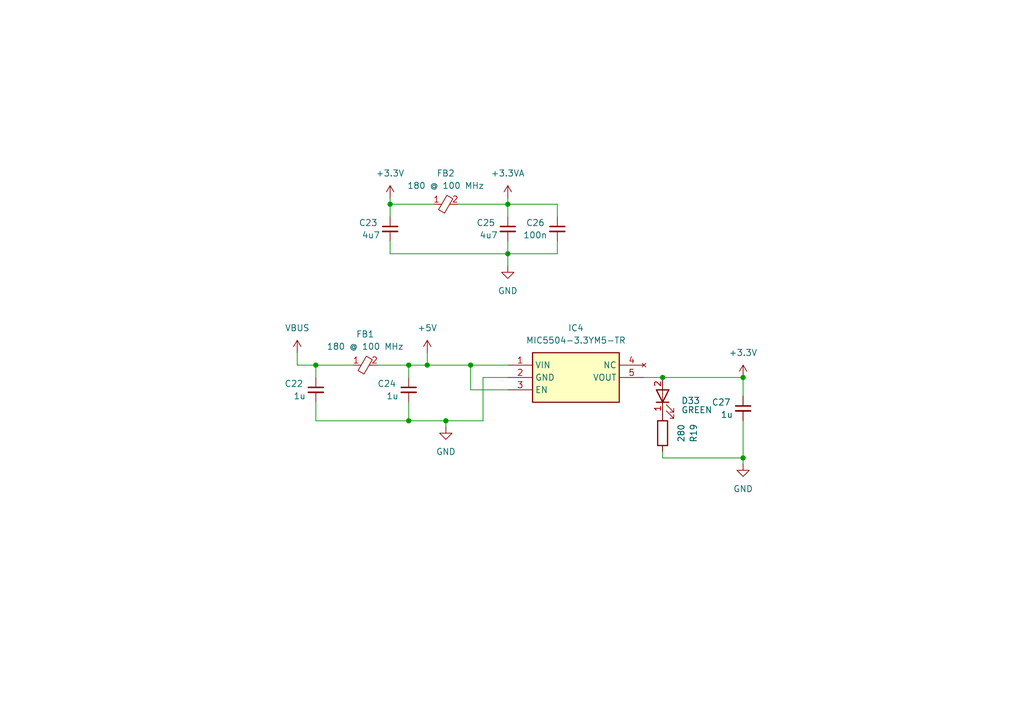
<source format=kicad_sch>
(kicad_sch (version 20250114) (generator "eeschema") (generator_version "9.0")
  (paper "A5")
  (lib_symbols
    (symbol "150080VS75000(WURTH GREEN LED):150080VS75000"
      (property "Reference" "D" (at 0 0 0))
      (symbol "150080VS75000_0_1"
        (polyline (pts (xy -0.508 -3.302) (xy -2.032 -4.826) (xy -1.27 -4.826) (xy -2.032 -4.826) (xy -2.032 -4.064)))
        (polyline (pts (xy 0.762 -3.302) (xy -0.762 -4.826) (xy 0 -4.826) (xy -0.762 -4.826) (xy -0.762 -4.064)))
        (polyline (pts (xy 1.27 -2.54) (xy 3.81 -2.54)))
        (polyline (pts (xy 1.27 -3.81) (xy 1.27 -1.27)) (stroke (width 0.254)))
        (polyline (pts (xy 3.81 -3.81) (xy 3.81 -1.27) (xy 1.27 -2.54) (xy 3.81 -3.81)) (stroke (width 0.254)))
      )
      (symbol "150080VS75000_1_1"
        (pin passive line (at -1.27 -2.54 0) (length 2.54) (name "") (number "1"))
        (pin passive line (at 6.35 -2.54 180) (length 2.54) (name "") (number "2"))
      )
    )
    (symbol "Device:C_Small" (pin_numbers (hide yes)) (pin_names (offset 0.254) (hide yes))
      (property "Reference" "C" (at 0.254 1.778 0))
      (property "Value" "C_Small" (at 0.254 -2.032 0))
      (symbol "C_Small_0_1"
        (polyline (pts (xy -1.524 0.508) (xy 1.524 0.508)) (stroke (width 0.3048)))
        (polyline (pts (xy -1.524 -0.508) (xy 1.524 -0.508)) (stroke (width 0.3302)))
      )
      (symbol "C_Small_1_1"
        (pin passive line (at 0 2.54 270) (length 2.032) (name "~") (number "1"))
        (pin passive line (at 0 -2.54 90) (length 2.032) (name "~") (number "2"))
      )
    )
    (symbol "Device:R" (pin_numbers (hide yes)) (pin_names (offset 0))
      (property "Reference" "R" (at 2.032 0 90))
      (property "Value" "R" (at 0 0 90))
      (symbol "R_0_1"
        (rectangle (start -1.016 -2.54) (end 1.016 2.54) (stroke (width 0.254)))
      )
      (symbol "R_1_1"
        (pin passive line (at 0 3.81 270) (length 1.27) (name "~") (number "1"))
        (pin passive line (at 0 -3.81 90) (length 1.27) (name "~") (number "2"))
      )
    )
    (symbol "Ferrite_bead_ILBB0603ER181V:ILBB0603ER181V"
      (property "Reference" "FB" (at 0 2.286 0))
      (property "Value" "180 @ 100 MHz" (at 1.27 -0.254 0))
      (symbol "ILBB0603ER181V_0_1"
        (polyline (pts (xy -0.889 -3.81) (xy -1.2954 -3.81)))
        (polyline (pts (xy -0.2794 -5.6388) (xy -1.4986 -4.9276) (xy 0.2032 -1.9812) (xy 1.4224 -2.6924) (xy -0.2794 -5.6388)))
        (polyline (pts (xy 1.27 -3.81) (xy 0.7874 -3.81)))
      )
      (symbol "ILBB0603ER181V_1_1"
        (pin passive line (at -2.54 -3.81 0) (length 1.27) (name "~") (number "1"))
        (pin passive line (at 2.54 -3.81 180) (length 1.27) (name "~") (number "2"))
      )
    )
    (symbol "MIC5504-3_3YM5-TR:MIC5504-3.3YM5-TR"
      (property "Reference" "IC" (at 24.13 7.62 0))
      (property "Value" "MIC5504-3.3YM5-TR" (at 24.13 5.08 0))
      (symbol "MIC5504-3.3YM5-TR_1_1"
        (rectangle (start 5.08 2.54) (end 22.86 -7.62) (stroke (width 0.254)) (fill (type background)))
        (pin passive line (at 0 0 0) (length 5.08) (name "VIN") (number "1"))
        (pin passive line (at 0 -2.54 0) (length 5.08) (name "GND") (number "2"))
        (pin passive line (at 0 -5.08 0) (length 5.08) (name "EN") (number "3"))
        (pin no_connect line (at 27.94 0 180) (length 5.08) (name "NC") (number "4"))
        (pin passive line (at 27.94 -2.54 180) (length 5.08) (name "VOUT") (number "5"))
      )
    )
    (symbol "power:+3.3V" (power) (pin_numbers (hide yes)) (pin_names (offset 0) (hide yes))
      (property "Value" "+3.3V" (at 0 3.556 0))
      (symbol "+3.3V_0_1"
        (polyline (pts (xy -0.762 1.27) (xy 0 2.54)))
        (polyline (pts (xy 0 2.54) (xy 0.762 1.27)))
        (polyline (pts (xy 0 0) (xy 0 2.54)))
      )
      (symbol "+3.3V_1_1"
        (pin power_in line (at 0 0 90) (length 0) (name "~") (number "1"))
      )
    )
    (symbol "power:+3.3VA" (power) (pin_numbers (hide yes)) (pin_names (offset 0) (hide yes))
      (property "Value" "+3.3VA" (at 0 3.556 0))
      (symbol "+3.3VA_0_1"
        (polyline (pts (xy -0.762 1.27) (xy 0 2.54)))
        (polyline (pts (xy 0 2.54) (xy 0.762 1.27)))
        (polyline (pts (xy 0 0) (xy 0 2.54)))
      )
      (symbol "+3.3VA_1_1"
        (pin power_in line (at 0 0 90) (length 0) (name "~") (number "1"))
      )
    )
    (symbol "power:GND" (power) (pin_numbers (hide yes)) (pin_names (offset 0) (hide yes))
      (property "Value" "GND" (at 0 -3.81 0))
      (symbol "GND_0_1"
        (polyline (pts (xy 0 0) (xy 0 -1.27) (xy 1.27 -1.27) (xy 0 -2.54) (xy -1.27 -1.27) (xy 0 -1.27)))
      )
      (symbol "GND_1_1"
        (pin power_in line (at 0 0 270) (length 0) (name "~") (number "1"))
      )
    )
    (symbol "power:VBUS" (power) (pin_numbers (hide yes)) (pin_names (offset 0) (hide yes))
      (property "Value" "VBUS" (at 0 3.556 0))
      (symbol "VBUS_0_1"
        (polyline (pts (xy -0.762 1.27) (xy 0 2.54)))
        (polyline (pts (xy 0 2.54) (xy 0.762 1.27)))
        (polyline (pts (xy 0 0) (xy 0 2.54)))
      )
      (symbol "VBUS_1_1"
        (pin power_in line (at 0 0 90) (length 0) (name "~") (number "1"))
      )
    )
  )
  (junction (at 64.77 74.93))
  (junction (at 104.14 41.91))
  (junction (at 96.52 74.93))
  (junction (at 135.89 77.47))
  (junction (at 152.4 77.47))
  (junction (at 83.82 86.36))
  (junction (at 83.82 74.93))
  (junction (at 152.4 93.98))
  (junction (at 104.14 52.07))
  (junction (at 91.44 86.36))
  (junction (at 80.01 41.91))
  (junction (at 87.63 74.93))
  (wire (pts (xy 80.01 41.91) (xy 80.01 40.64)))
  (wire (pts (xy 135.89 92.71) (xy 135.89 93.98)))
  (wire (pts (xy 87.63 74.93) (xy 96.52 74.93)))
  (wire (pts (xy 104.14 80.01) (xy 96.52 80.01)))
  (wire (pts (xy 64.77 74.93) (xy 64.77 77.47)))
  (wire (pts (xy 99.06 86.36) (xy 91.44 86.36)))
  (wire (pts (xy 135.89 77.47) (xy 152.4 77.47)))
  (wire (pts (xy 91.44 87.63) (xy 91.44 86.36)))
  (wire (pts (xy 88.9 41.91) (xy 80.01 41.91)))
  (wire (pts (xy 152.4 95.25) (xy 152.4 93.98)))
  (wire (pts (xy 114.3 41.91) (xy 104.14 41.91)))
  (wire (pts (xy 83.82 82.55) (xy 83.82 86.36)))
  (wire (pts (xy 104.14 54.61) (xy 104.14 52.07)))
  (wire (pts (xy 135.89 93.98) (xy 152.4 93.98)))
  (wire (pts (xy 64.77 82.55) (xy 64.77 86.36)))
  (wire (pts (xy 104.14 41.91) (xy 104.14 44.45)))
  (wire (pts (xy 152.4 81.28) (xy 152.4 77.47)))
  (wire (pts (xy 83.82 74.93) (xy 83.82 77.47)))
  (wire (pts (xy 87.63 72.39) (xy 87.63 74.93)))
  (wire (pts (xy 60.96 72.39) (xy 60.96 74.93)))
  (wire (pts (xy 64.77 86.36) (xy 83.82 86.36)))
  (wire (pts (xy 80.01 52.07) (xy 104.14 52.07)))
  (wire (pts (xy 93.98 41.91) (xy 104.14 41.91)))
  (wire (pts (xy 80.01 41.91) (xy 80.01 44.45)))
  (wire (pts (xy 114.3 41.91) (xy 114.3 44.45)))
  (wire (pts (xy 83.82 74.93) (xy 87.63 74.93)))
  (wire (pts (xy 83.82 86.36) (xy 91.44 86.36)))
  (wire (pts (xy 132.08 77.47) (xy 135.89 77.47)))
  (wire (pts (xy 77.47 74.93) (xy 83.82 74.93)))
  (wire (pts (xy 104.14 40.64) (xy 104.14 41.91)))
  (wire (pts (xy 60.96 74.93) (xy 64.77 74.93)))
  (wire (pts (xy 99.06 77.47) (xy 99.06 86.36)))
  (wire (pts (xy 96.52 80.01) (xy 96.52 74.93)))
  (wire (pts (xy 99.06 77.47) (xy 104.14 77.47)))
  (wire (pts (xy 80.01 49.53) (xy 80.01 52.07)))
  (wire (pts (xy 114.3 52.07) (xy 114.3 49.53)))
  (wire (pts (xy 96.52 74.93) (xy 104.14 74.93)))
  (wire (pts (xy 104.14 52.07) (xy 104.14 49.53)))
  (wire (pts (xy 152.4 93.98) (xy 152.4 86.36)))
  (wire (pts (xy 114.3 52.07) (xy 104.14 52.07)))
  (wire (pts (xy 64.77 74.93) (xy 72.39 74.93)))
  (symbol (lib_id "MIC5504-3_3YM5-TR:MIC5504-3.3YM5-TR") (at 104.14 74.93 0) (unit 1)
    (property "Reference" "IC4" (at 118.11 67.31 0))
    (property "Value" "MIC5504-3.3YM5-TR" (at 118.11 69.85 0))
    (property "Footprint" "MIC5504-3.3YM5-TR:SOT95P280X145-5N" (effects (hide yes)))
    (property "Datasheet" "https://componentsearchengine.com/Datasheets/2/MIC5504-3.3YM5-TR.pdf" (effects (hide yes)))
    (property "Description" "MICROCHIP - MIC5504-3.3YM5-TR - LDO VOLT REG, 0.3A, 3.3V, SOT-23-5" (effects (hide yes)))
    (property "Height" "1.45" (effects (hide yes)))
    (property "Manufacturer_Name" "Microchip" (effects (hide yes)))
    (property "Manufacturer_Part_Number" "MIC5504-3.3YM5-TR" (effects (hide yes)))
    (property "Mouser Part Number" "998-MIC5504-3.3YM5TR" (effects (hide yes)))
    (property "Mouser Price/Stock" "https://www.mouser.co.uk/ProductDetail/Microchip-Technology/MIC5504-3.3YM5-TR?qs=U6T8BxXiZAUmVQ5Zs217qQ%3D%3D" (effects (hide yes)))
    (property "Arrow Part Number" "MIC5504-3.3YM5-TR" (effects (hide yes)))
    (property "Arrow Price/Stock" "https://www.arrow.com/en/products/mic5504-3.3ym5-tr/microchip-technology?region=europe" (effects (hide yes)))
  )
  (symbol (lib_id "Ferrite_bead_ILBB0603ER181V:ILBB0603ER181V") (at 74.93 71.12 0) (unit 1)
    (property "Reference" "FB1" (at 74.8919 68.58 0))
    (property "Value" "180 @ 100 MHz" (at 74.8919 71.12 0))
    (property "Footprint" "Ferrite_bead_ILBB0603ER181V:ILBB0603ER181V" (effects (hide yes)))
    (property "Datasheet" "https://www.vishay.com/docs/34024/ilbb0603.pdf" (effects (hide yes)))
  )
  (symbol (lib_id "power:VBUS") (at 87.63 72.39 0) (unit 1)
    (property "Reference" "#PWR025" (effects (hide yes)))
    (property "Value" "+5V" (at 87.63 67.31 0))
    (property "Description" "Power symbol creates a global label with name \"VBUS\"" (effects (hide yes)))
  )
  (symbol (lib_id "power:+3.3VA") (at 104.14 40.64 0) (unit 1)
    (property "Reference" "#PWR027" (effects (hide yes)))
    (property "Value" "+3.3VA" (at 104.14 35.56 0))
    (property "Description" "Power symbol creates a global label with name \"+3.3VA\"" (effects (hide yes)))
  )
  (symbol (lib_id "Device:R") (at 135.89 88.9 0) (unit 1)
    (property "Reference" "R19" (at 142.24 88.9 90))
    (property "Value" "280" (at 139.7 88.9 90))
    (property "Footprint" "Resistor_SMD:R_0603_1608Metric_Pad0.98x0.95mm_HandSolder" (effects (hide yes)))
    (property "Description" "Resistor" (effects (hide yes)))
  )
  (symbol (lib_id "power:+3.3V") (at 80.01 40.64 0) (mirror y) (unit 1)
    (property "Reference" "#PWR024" (effects (hide yes)))
    (property "Value" "+3.3V" (at 80.01 35.56 0))
    (property "Description" "Power symbol creates a global label with name \"+3.3V\"" (effects (hide yes)))
  )
  (symbol (lib_id "power:GND") (at 91.44 87.63 0) (unit 1)
    (property "Reference" "#PWR026" (effects (hide yes)))
    (property "Value" "GND" (at 91.44 92.71 0))
    (property "Description" "Power symbol creates a global label with name \"GND\" , ground" (effects (hide yes)))
  )
  (symbol (lib_id "Device:C_Small") (at 80.01 46.99 0) (mirror y) (unit 1)
    (property "Reference" "C23" (at 77.47 45.7262 0) (effects (justify left)))
    (property "Value" "4u7" (at 77.978 48.26 0) (effects (justify left)))
    (property "Footprint" "Capacitor_SMD:C_0805_2012Metric_Pad1.18x1.45mm_HandSolder" (effects (hide yes)))
    (property "Description" "Unpolarized capacitor, small symbol" (effects (hide yes)))
  )
  (symbol (lib_id "Device:C_Small") (at 114.3 46.99 0) (mirror y) (unit 1)
    (property "Reference" "C26" (at 111.76 45.7262 0) (effects (justify left)))
    (property "Value" "100n" (at 112.268 48.26 0) (effects (justify left)))
    (property "Footprint" "Capacitor_SMD:C_0805_2012Metric_Pad1.18x1.45mm_HandSolder" (effects (hide yes)))
    (property "Description" "Unpolarized capacitor, small symbol" (effects (hide yes)))
  )
  (symbol (lib_id "power:GND") (at 104.14 54.61 0) (mirror y) (unit 1)
    (property "Reference" "#PWR028" (effects (hide yes)))
    (property "Value" "GND" (at 104.14 59.69 0))
    (property "Description" "Power symbol creates a global label with name \"GND\" , ground" (effects (hide yes)))
  )
  (symbol (lib_id "power:GND") (at 152.4 95.25 0) (unit 1)
    (property "Reference" "#PWR030" (effects (hide yes)))
    (property "Value" "GND" (at 152.4 100.33 0))
    (property "Description" "Power symbol creates a global label with name \"GND\" , ground" (effects (hide yes)))
  )
  (symbol (lib_id "150080VS75000(WURTH GREEN LED):150080VS75000") (at 133.35 83.82 90) (unit 1)
    (property "Reference" "D33" (at 139.7 82.2324 90) (effects (justify right)))
    (property "Value" "GREEN" (at 139.7 84.1375 90) (effects (justify right)))
    (property "Footprint" "150080VS75000(WURTH GREEN LED):150080VS75000" (effects (hide yes)))
  )
  (symbol (lib_id "Device:C_Small") (at 104.14 46.99 0) (mirror y) (unit 1)
    (property "Reference" "C25" (at 101.6 45.7262 0) (effects (justify left)))
    (property "Value" "4u7" (at 102.108 48.26 0) (effects (justify left)))
    (property "Footprint" "Capacitor_SMD:C_0805_2012Metric_Pad1.18x1.45mm_HandSolder" (effects (hide yes)))
    (property "Description" "Unpolarized capacitor, small symbol" (effects (hide yes)))
  )
  (symbol (lib_id "power:VBUS") (at 60.96 72.39 0) (unit 1)
    (property "Reference" "#PWR023" (effects (hide yes)))
    (property "Value" "VBUS" (at 60.96 67.31 0))
    (property "Description" "Power symbol creates a global label with name \"VBUS\"" (effects (hide yes)))
  )
  (symbol (lib_id "power:+3.3V") (at 152.4 77.47 0) (mirror y) (unit 1)
    (property "Reference" "#PWR029" (effects (hide yes)))
    (property "Value" "+3.3V" (at 152.4 72.39 0))
    (property "Description" "Power symbol creates a global label with name \"+3.3V\"" (effects (hide yes)))
  )
  (symbol (lib_id "Device:C_Small") (at 152.4 83.82 0) (mirror y) (unit 1)
    (property "Reference" "C27" (at 149.86 82.5562 0) (effects (justify left)))
    (property "Value" "1u" (at 150.368 85.09 0) (effects (justify left)))
    (property "Footprint" "Capacitor_SMD:C_0805_2012Metric_Pad1.18x1.45mm_HandSolder" (effects (hide yes)))
    (property "Description" "Unpolarized capacitor, small symbol" (effects (hide yes)))
  )
  (symbol (lib_id "Ferrite_bead_ILBB0603ER181V:ILBB0603ER181V") (at 91.44 38.1 0) (unit 1)
    (property "Reference" "FB2" (at 91.4019 35.56 0))
    (property "Value" "180 @ 100 MHz" (at 91.4019 38.1 0))
    (property "Footprint" "Ferrite_bead_ILBB0603ER181V:ILBB0603ER181V" (effects (hide yes)))
    (property "Datasheet" "https://www.vishay.com/docs/34024/ilbb0603.pdf" (effects (hide yes)))
  )
  (symbol (lib_id "Device:C_Small") (at 83.82 80.01 0) (mirror y) (unit 1)
    (property "Reference" "C24" (at 81.28 78.7462 0) (effects (justify left)))
    (property "Value" "1u" (at 81.788 81.28 0) (effects (justify left)))
    (property "Footprint" "Capacitor_SMD:C_0805_2012Metric_Pad1.18x1.45mm_HandSolder" (effects (hide yes)))
    (property "Description" "Unpolarized capacitor, small symbol" (effects (hide yes)))
  )
  (symbol (lib_id "Device:C_Small") (at 64.77 80.01 0) (mirror y) (unit 1)
    (property "Reference" "C22" (at 62.23 78.7462 0) (effects (justify left)))
    (property "Value" "1u" (at 62.738 81.28 0) (effects (justify left)))
    (property "Footprint" "Capacitor_SMD:C_0805_2012Metric_Pad1.18x1.45mm_HandSolder" (effects (hide yes)))
    (property "Description" "Unpolarized capacitor, small symbol" (effects (hide yes)))
  )
)
</source>
